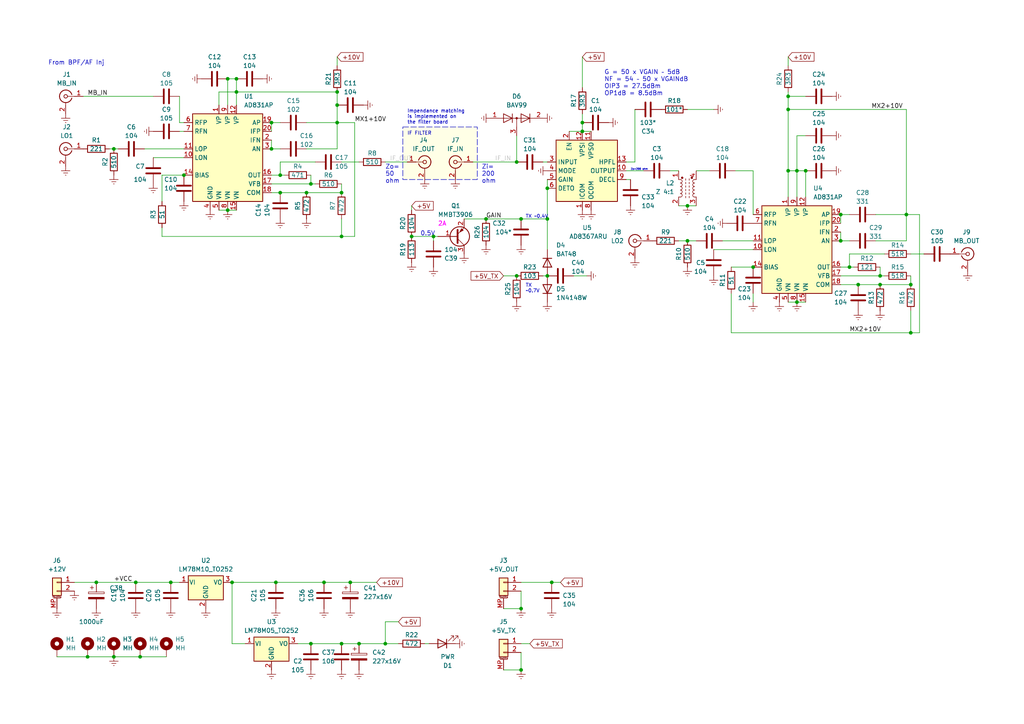
<source format=kicad_sch>
(kicad_sch (version 20230121) (generator eeschema)
  (paper "A4")
  (title_block (title "SSB85 Hot Board") (date "2023-09-07") (rev "0.1.0") (company "K1ZMT"))
  (lib_symbols
    (symbol "Connector:Conn_Coaxial" (pin_names (offset 1.016) hide)
      (property "Reference" "J" (at 0.254 3.048 0))
      (property "Value" "Conn_Coaxial" (at 2.921 0 90))
      (symbol "Conn_Coaxial_1_1"
        (pin passive line (at -5.08 0 0) (length 2.54) (name "In") (number "1"))
        (pin passive line (at 0 -5.08 90) (length 2.54) (name "Ext") (number "2"))
      )
    )
    (symbol "Connector_Generic_MountingPin:Conn_01x02_MountingPin" (pin_names (offset 1.016) hide)
      (property "Reference" "J" (at 0 2.54 0))
      (property "Value" "Conn_01x02_MountingPin" (at 1.27 -5.08 0))
      (symbol "Conn_01x02_MountingPin_1_1"
        (text "Mounting" (at 0 -4.191 0) (effects (font (size 0.381 0.381))))
        (pin passive line (at -5.08 0 0) (length 3.81) (name "Pin_1") (number "1"))
        (pin passive line (at -5.08 -2.54 0) (length 3.81) (name "Pin_2") (number "2"))
        (pin passive line (at 0 -7.62 90) (length 3.048) (name "MountPin") (number "MP"))
      )
    )
    (symbol "Device:C" (pin_numbers hide) (pin_names (offset 0.254))
      (property "Reference" "C" (at 0.635 2.54 0))
      (property "Value" "C" (at 0.635 -2.54 0))
      (symbol "C_1_1"
        (pin passive line (at 0 3.81 270) (length 2.794) (name "~") (number "1"))
        (pin passive line (at 0 -3.81 90) (length 2.794) (name "~") (number "2"))
      )
    )
    (symbol "Device:C_Polarized" (pin_numbers hide) (pin_names (offset 0.254))
      (property "Reference" "C" (at 0.635 2.54 0))
      (property "Value" "C_Polarized" (at 0.635 -2.54 0))
      (symbol "C_Polarized_1_1"
        (pin passive line (at 0 3.81 270) (length 2.794) (name "~") (number "1"))
        (pin passive line (at 0 -3.81 90) (length 2.794) (name "~") (number "2"))
      )
    )
    (symbol "Device:LED" (pin_numbers hide) (pin_names (offset 1.016) hide)
      (property "Reference" "D" (at 0 2.54 0))
      (property "Value" "LED" (at 0 -2.54 0))
      (symbol "LED_1_1"
        (pin passive line (at -3.81 0 0) (length 2.54) (name "K") (number "1"))
        (pin passive line (at 3.81 0 180) (length 2.54) (name "A") (number "2"))
      )
    )
    (symbol "Device:L_Ferrite_Coupled_1243" (pin_names (offset 0.254) hide)
      (property "Reference" "L" (at 0 4.445 0))
      (property "Value" "L_Ferrite_Coupled_1243" (at 0 -4.445 0))
      (symbol "L_Ferrite_Coupled_1243_1_1"
        (pin passive line (at -5.08 2.54 0) (length 2.54) (name "1") (number "1"))
        (pin passive line (at 5.08 2.54 180) (length 2.54) (name "2") (number "2"))
        (pin passive line (at 5.08 -2.54 180) (length 2.54) (name "3") (number "3"))
        (pin passive line (at -5.08 -2.54 0) (length 2.54) (name "4") (number "4"))
      )
    )
    (symbol "Device:R" (pin_numbers hide) (pin_names (offset 0))
      (property "Reference" "R" (at 2.032 0 90))
      (property "Value" "R" (at 0 0 90))
      (symbol "R_1_1"
        (pin passive line (at 0 3.81 270) (length 1.27) (name "~") (number "1"))
        (pin passive line (at 0 -3.81 90) (length 1.27) (name "~") (number "2"))
      )
    )
    (symbol "Diode:1N4148W" (pin_numbers hide) (pin_names hide)
      (property "Reference" "D" (at 0 2.54 0))
      (property "Value" "1N4148W" (at 0 -2.54 0))
      (symbol "1N4148W_1_1"
        (pin passive line (at -3.81 0 0) (length 2.54) (name "K") (number "1"))
        (pin passive line (at 3.81 0 180) (length 2.54) (name "A") (number "2"))
      )
    )
    (symbol "Diode:BAV99" (pin_names hide)
      (property "Reference" "D" (at 0 5.08 0))
      (property "Value" "BAV99" (at 0 2.54 0))
      (symbol "BAV99_1_1"
        (pin passive line (at -7.62 0 0) (length 2.54) (name "K") (number "1"))
        (pin passive line (at 7.62 0 180) (length 2.54) (name "A") (number "2"))
        (pin passive line (at 0 -5.08 90) (length 2.54) (name "K") (number "3"))
      )
    )
    (symbol "Mechanical:MountingHole_Pad" (pin_numbers hide) (pin_names (offset 1.016) hide)
      (property "Reference" "H" (at 0 6.35 0))
      (property "Value" "MountingHole_Pad" (at 0 4.445 0))
      (symbol "MountingHole_Pad_1_1"
        (pin input line (at 0 -2.54 90) (length 2.54) (name "1") (number "1"))
      )
    )
    (symbol "PhilsLibrary:AD8367"
      (property "Reference" "U" (at -19.05 11.43 0))
      (property "Value" "AD8367ARU" (at -13.97 8.89 0))
      (symbol "AD8367_1_1"
        (pin passive line (at -2.54 -17.78 90) (length 2.54) (name "ICOM") (number "1"))
        (pin output line (at 10.16 -6.35 180) (length 2.54) (name "OUTPUT") (number "10"))
        (pin power_in line (at 0 5.08 270) (length 2.54) (name "VPSO") (number "11"))
        (pin power_in line (at -2.54 5.08 270) (length 2.54) (name "VPSI") (number "12"))
        (pin bidirectional line (at 10.16 -3.81 180) (length 2.54) (name "HPFL") (number "13"))
        (pin passive line (at -2.54 -17.78 90) (length 2.54) hide (name "ICOM") (number "14"))
        (pin input line (at -6.35 5.08 270) (length 2.54) (name "EN") (number "2"))
        (pin input line (at -12.7 -3.81 0) (length 2.54) (name "INPUT") (number "3"))
        (pin input line (at -12.7 -6.35 0) (length 2.54) (name "MODE") (number "4"))
        (pin input line (at -12.7 -8.89 0) (length 2.54) (name "GAIN") (number "5"))
        (pin bidirectional line (at -12.7 -11.43 0) (length 2.54) (name "DETO") (number "6"))
        (pin passive line (at -2.54 -17.78 90) (length 2.54) hide (name "ICOM") (number "7"))
        (pin passive line (at 0 -17.78 90) (length 2.54) (name "OCOM") (number "8"))
        (pin output line (at 10.16 -8.89 180) (length 2.54) (name "DECL") (number "9"))
      )
    )
    (symbol "RF_Mixer:AD831AP"
      (property "Reference" "U" (at -10.16 13.97 0))
      (property "Value" "AD831AP" (at 10.16 13.97 0))
      (symbol "AD831AP_1_1"
        (pin power_in line (at -2.54 15.24 270) (length 2.54) (name "VP") (number "1"))
        (pin input line (at -12.7 0 0) (length 2.54) (name "LON") (number "10"))
        (pin input line (at -12.7 2.54 0) (length 2.54) (name "LOP") (number "11"))
        (pin power_in line (at 2.54 15.24 270) (length 2.54) (name "VP") (number "12"))
        (pin passive line (at -5.08 -15.24 90) (length 2.54) hide (name "GND") (number "13"))
        (pin passive line (at -12.7 -5.08 0) (length 2.54) (name "BIAS") (number "14"))
        (pin power_in line (at 2.54 -15.24 90) (length 2.54) (name "VN") (number "15"))
        (pin output line (at 12.7 -5.08 180) (length 2.54) (name "OUT") (number "16"))
        (pin passive line (at 12.7 -7.62 180) (length 2.54) (name "VFB") (number "17"))
        (pin passive line (at 12.7 -10.16 180) (length 2.54) (name "COM") (number "18"))
        (pin input line (at 12.7 10.16 180) (length 2.54) (name "AP") (number "19"))
        (pin open_collector line (at 12.7 5.08 180) (length 2.54) (name "IFN") (number "2"))
        (pin open_collector line (at 12.7 7.62 180) (length 2.54) (name "IFP") (number "20"))
        (pin input line (at 12.7 2.54 180) (length 2.54) (name "AN") (number "3"))
        (pin power_in line (at -5.08 -15.24 90) (length 2.54) (name "GND") (number "4"))
        (pin power_in line (at -2.54 -15.24 90) (length 2.54) (name "VN") (number "5"))
        (pin input line (at -12.7 10.16 0) (length 2.54) (name "RFP") (number "6"))
        (pin input line (at -12.7 7.62 0) (length 2.54) (name "RFN") (number "7"))
        (pin power_in line (at 0 -15.24 90) (length 2.54) (name "VN") (number "8"))
        (pin power_in line (at 0 15.24 270) (length 2.54) (name "VP") (number "9"))
      )
    )
    (symbol "Regulator_Linear:LM78M05_TO252" (pin_names (offset 0.254))
      (property "Reference" "U" (at -3.81 3.175 0))
      (property "Value" "LM78M05_TO252" (at 0 3.175 0))
      (symbol "LM78M05_TO252_1_1"
        (pin power_in line (at -7.62 0 0) (length 2.54) (name "VI") (number "1"))
        (pin power_in line (at 0 -7.62 90) (length 2.54) (name "GND") (number "2"))
        (pin power_out line (at 7.62 0 180) (length 2.54) (name "VO") (number "3"))
      )
    )
    (symbol "Transistor_BJT:MMBT3906" (pin_names (offset 0) hide)
      (property "Reference" "Q" (at 5.08 1.905 0))
      (property "Value" "MMBT3906" (at 5.08 0 0))
      (symbol "MMBT3906_1_1"
        (pin input line (at -5.08 0 0) (length 5.715) (name "B") (number "1"))
        (pin passive line (at 2.54 -5.08 90) (length 2.54) (name "E") (number "2"))
        (pin passive line (at 2.54 5.08 270) (length 2.54) (name "C") (number "3"))
      )
    )
    (symbol "power:Earth" (power) (pin_names (offset 0))
      (symbol "Earth_1_1"
        (pin power_in line (at 0 0 270) (length 0) hide (name "Earth") (number "1"))
      )
    )
  )
  (junction (at 140.97 63.5))
  (junction (at 228.6 27.94))
  (junction (at 99.06 68.58))
  (junction (at 99.06 186.69))
  (junction (at 97.79 35.56))
  (junction (at 40.64 190.5))
  (junction (at 125.73 68.58))
  (junction (at 81.28 55.88))
  (junction (at 231.14 49.53))
  (junction (at 90.17 53.34))
  (junction (at 104.14 186.69))
  (junction (at 33.02 43.18))
  (junction (at 160.02 168.91))
  (junction (at 88.9 55.88))
  (junction (at 119.38 68.58))
  (junction (at 151.13 194.31))
  (junction (at 149.86 46.99))
  (junction (at 255.27 80.01))
  (junction (at 81.28 50.8))
  (junction (at 168.91 38.1))
  (junction (at 78.74 35.56))
  (junction (at 228.6 49.53))
  (junction (at 68.58 22.86))
  (junction (at 151.13 63.5))
  (junction (at 243.84 62.23))
  (junction (at 97.79 30.48))
  (junction (at 246.38 77.47))
  (junction (at 25.4 190.5))
  (junction (at 248.92 82.55))
  (junction (at 228.6 31.75))
  (junction (at 158.75 80.01))
  (junction (at 151.13 176.53))
  (junction (at 53.34 50.8))
  (junction (at 66.04 22.86))
  (junction (at 27.94 168.91))
  (junction (at 233.68 49.53))
  (junction (at 39.37 168.91))
  (junction (at 93.98 168.91))
  (junction (at 218.44 77.47))
  (junction (at 158.75 54.61))
  (junction (at 243.84 69.85))
  (junction (at 68.58 26.67))
  (junction (at 199.39 69.85))
  (junction (at 90.17 186.69))
  (junction (at 33.02 190.5))
  (junction (at 97.79 26.67))
  (junction (at 67.31 168.91))
  (junction (at 49.53 168.91))
  (junction (at 66.04 60.96))
  (junction (at 264.16 96.52))
  (junction (at 99.06 55.88))
  (junction (at 262.89 62.23))
  (junction (at 168.91 35.56))
  (junction (at 255.27 82.55))
  (junction (at 111.76 186.69))
  (junction (at 199.39 59.69))
  (junction (at 78.74 43.18))
  (junction (at 80.01 168.91))
  (junction (at 231.14 87.63))
  (junction (at 149.86 80.01))
  (junction (at 158.75 63.5))
  (junction (at 101.6 168.91))
  (junction (at 264.16 82.55))
  (wire (pts (xy 151.13 189.23) (xy 151.13 194.31)))
  (wire (pts (xy 90.17 186.69) (xy 86.36 186.69)))
  (wire (pts (xy 243.84 62.23) (xy 246.38 62.23)))
  (wire (pts (xy 266.7 62.23) (xy 262.89 62.23)))
  (wire (pts (xy 104.14 186.69) (xy 111.76 186.69)))
  (wire (pts (xy 181.61 46.99) (xy 184.15 46.99)))
  (wire (pts (xy 264.16 73.66) (xy 267.97 73.66)))
  (wire (pts (xy 66.04 60.96) (xy 68.58 60.96)))
  (wire (pts (xy 46.99 58.42) (xy 46.99 50.8)))
  (wire (pts (xy 231.14 49.53) (xy 233.68 49.53)))
  (wire (pts (xy 228.6 87.63) (xy 231.14 87.63)))
  (wire (pts (xy 66.04 30.48) (xy 66.04 22.86)))
  (wire (pts (xy 68.58 26.67) (xy 68.58 30.48)))
  (wire (pts (xy 157.48 46.99) (xy 158.75 46.99)))
  (wire (pts (xy 228.6 49.53) (xy 231.14 49.53)))
  (wire (pts (xy 78.74 40.64) (xy 78.74 43.18)))
  (wire (pts (xy 231.14 39.37) (xy 233.68 39.37)))
  (wire (pts (xy 111.76 180.34) (xy 115.57 180.34)))
  (wire (pts (xy 25.4 190.5) (xy 33.02 190.5)))
  (wire (pts (xy 228.6 27.94) (xy 233.68 27.94)))
  (wire (pts (xy 63.5 26.67) (xy 68.58 26.67)))
  (wire (pts (xy 248.92 82.55) (xy 255.27 82.55)))
  (wire (pts (xy 78.74 43.18) (xy 81.28 43.18)))
  (wire (pts (xy 243.84 80.01) (xy 255.27 80.01)))
  (wire (pts (xy 201.93 59.69) (xy 199.39 59.69)))
  (wire (pts (xy 218.44 62.23) (xy 218.44 49.53)))
  (wire (pts (xy 40.64 190.5) (xy 48.26 190.5)))
  (wire (pts (xy 21.59 168.91) (xy 27.94 168.91)))
  (wire (pts (xy 212.09 96.52) (xy 264.16 96.52)))
  (wire (pts (xy 125.73 69.85) (xy 125.73 68.58)))
  (wire (pts (xy 93.98 168.91) (xy 101.6 168.91)))
  (wire (pts (xy 243.84 62.23) (xy 243.84 64.77)))
  (wire (pts (xy 27.94 168.91) (xy 39.37 168.91)))
  (wire (pts (xy 264.16 90.17) (xy 264.16 96.52)))
  (wire (pts (xy 149.86 39.37) (xy 149.86 46.99)))
  (wire (pts (xy 151.13 63.5) (xy 158.75 63.5)))
  (wire (pts (xy 168.91 35.56) (xy 168.91 38.1)))
  (wire (pts (xy 97.79 26.67) (xy 97.79 30.48)))
  (wire (pts (xy 78.74 35.56) (xy 81.28 35.56)))
  (wire (pts (xy 212.09 77.47) (xy 218.44 77.47)))
  (wire (pts (xy 78.74 55.88) (xy 81.28 55.88)))
  (wire (pts (xy 158.75 52.07) (xy 158.75 54.61)))
  (wire (pts (xy 231.14 49.53) (xy 231.14 39.37)))
  (wire (pts (xy 53.34 43.18) (xy 41.91 43.18)))
  (wire (pts (xy 246.38 77.47) (xy 243.84 77.47)))
  (wire (pts (xy 181.61 49.53) (xy 186.69 49.53)))
  (wire (pts (xy 31.75 43.18) (xy 33.02 43.18)))
  (wire (pts (xy 80.01 168.91) (xy 93.98 168.91)))
  (wire (pts (xy 88.9 35.56) (xy 97.79 35.56)))
  (wire (pts (xy 134.62 63.5) (xy 140.97 63.5)))
  (wire (pts (xy 168.91 38.1) (xy 171.45 38.1)))
  (wire (pts (xy 137.16 46.99) (xy 149.86 46.99)))
  (wire (pts (xy 158.75 54.61) (xy 158.75 63.5)))
  (wire (pts (xy 181.61 52.07) (xy 182.88 52.07)))
  (wire (pts (xy 243.84 69.85) (xy 246.38 69.85)))
  (wire (pts (xy 99.06 55.88) (xy 88.9 55.88)))
  (wire (pts (xy 255.27 77.47) (xy 255.27 80.01)))
  (wire (pts (xy 99.06 63.5) (xy 99.06 68.58)))
  (wire (pts (xy 228.6 31.75) (xy 262.89 31.75)))
  (wire (pts (xy 46.99 66.04) (xy 46.99 68.58)))
  (wire (pts (xy 33.02 190.5) (xy 40.64 190.5)))
  (wire (pts (xy 119.38 68.58) (xy 125.73 68.58)))
  (wire (pts (xy 199.39 69.85) (xy 201.93 69.85)))
  (wire (pts (xy 146.05 176.53) (xy 151.13 176.53)))
  (wire (pts (xy 52.07 35.56) (xy 52.07 27.94)))
  (wire (pts (xy 49.53 168.91) (xy 52.07 168.91)))
  (wire (pts (xy 254 69.85) (xy 262.89 69.85)))
  (wire (pts (xy 102.87 35.56) (xy 102.87 68.58)))
  (wire (pts (xy 209.55 69.85) (xy 218.44 69.85)))
  (wire (pts (xy 46.99 50.8) (xy 53.34 50.8)))
  (wire (pts (xy 97.79 16.51) (xy 97.79 19.05)))
  (wire (pts (xy 101.6 168.91) (xy 109.22 168.91)))
  (wire (pts (xy 66.04 22.86) (xy 68.58 22.86)))
  (wire (pts (xy 231.14 57.15) (xy 231.14 49.53)))
  (wire (pts (xy 184.15 46.99) (xy 184.15 31.75)))
  (wire (pts (xy 228.6 57.15) (xy 228.6 49.53)))
  (wire (pts (xy 39.37 168.91) (xy 49.53 168.91)))
  (wire (pts (xy 168.91 16.51) (xy 168.91 25.4)))
  (wire (pts (xy 99.06 186.69) (xy 104.14 186.69)))
  (wire (pts (xy 67.31 168.91) (xy 80.01 168.91)))
  (wire (pts (xy 157.48 80.01) (xy 158.75 80.01)))
  (wire (pts (xy 158.75 72.39) (xy 158.75 63.5)))
  (wire (pts (xy 71.12 186.69) (xy 67.31 186.69)))
  (wire (pts (xy 81.28 46.99) (xy 81.28 50.8)))
  (wire (pts (xy 262.89 62.23) (xy 262.89 69.85)))
  (wire (pts (xy 90.17 186.69) (xy 99.06 186.69)))
  (wire (pts (xy 151.13 186.69) (xy 153.67 186.69)))
  (wire (pts (xy 256.54 73.66) (xy 246.38 73.66)))
  (wire (pts (xy 212.09 85.09) (xy 212.09 96.52)))
  (wire (pts (xy 46.99 68.58) (xy 99.06 68.58)))
  (wire (pts (xy 243.84 67.31) (xy 243.84 69.85)))
  (wire (pts (xy 78.74 35.56) (xy 78.74 38.1)))
  (wire (pts (xy 247.65 77.47) (xy 246.38 77.47)))
  (wire (pts (xy 90.17 53.34) (xy 91.44 53.34)))
  (wire (pts (xy 264.16 80.01) (xy 264.16 82.55)))
  (wire (pts (xy 228.6 26.67) (xy 228.6 27.94)))
  (wire (pts (xy 81.28 55.88) (xy 88.9 55.88)))
  (wire (pts (xy 254 62.23) (xy 262.89 62.23)))
  (wire (pts (xy 243.84 82.55) (xy 248.92 82.55)))
  (wire (pts (xy 102.87 68.58) (xy 99.06 68.58)))
  (wire (pts (xy 165.1 38.1) (xy 168.91 38.1)))
  (wire (pts (xy 68.58 22.86) (xy 68.58 26.67)))
  (wire (pts (xy 99.06 46.99) (xy 104.14 46.99)))
  (wire (pts (xy 63.5 30.48) (xy 63.5 26.67)))
  (wire (pts (xy 262.89 62.23) (xy 262.89 31.75)))
  (wire (pts (xy 68.58 26.67) (xy 97.79 26.67)))
  (wire (pts (xy 264.16 96.52) (xy 266.7 96.52)))
  (wire (pts (xy 99.06 53.34) (xy 99.06 55.88)))
  (wire (pts (xy 24.13 27.94) (xy 44.45 27.94)))
  (wire (pts (xy 228.6 31.75) (xy 228.6 27.94)))
  (wire (pts (xy 140.97 63.5) (xy 151.13 63.5)))
  (wire (pts (xy 218.44 87.63) (xy 218.44 85.09)))
  (wire (pts (xy 44.45 45.72) (xy 53.34 45.72)))
  (wire (pts (xy 81.28 46.99) (xy 91.44 46.99)))
  (wire (pts (xy 255.27 80.01) (xy 256.54 80.01)))
  (wire (pts (xy 228.6 31.75) (xy 228.6 49.53)))
  (wire (pts (xy 16.51 190.5) (xy 25.4 190.5)))
  (wire (pts (xy 228.6 16.51) (xy 228.6 19.05)))
  (wire (pts (xy 111.76 186.69) (xy 115.57 186.69)))
  (wire (pts (xy 266.7 62.23) (xy 266.7 96.52)))
  (wire (pts (xy 67.31 186.69) (xy 67.31 168.91)))
  (wire (pts (xy 124.46 186.69) (xy 123.19 186.69)))
  (wire (pts (xy 231.14 87.63) (xy 233.68 87.63)))
  (wire (pts (xy 88.9 43.18) (xy 97.79 43.18)))
  (wire (pts (xy 246.38 73.66) (xy 246.38 77.47)))
  (wire (pts (xy 151.13 168.91) (xy 160.02 168.91)))
  (wire (pts (xy 264.16 82.55) (xy 255.27 82.55)))
  (wire (pts (xy 102.87 35.56) (xy 97.79 35.56)))
  (wire (pts (xy 111.76 180.34) (xy 111.76 186.69)))
  (wire (pts (xy 63.5 60.96) (xy 66.04 60.96)))
  (wire (pts (xy 97.79 30.48) (xy 97.79 35.56)))
  (wire (pts (xy 53.34 35.56) (xy 52.07 35.56)))
  (wire (pts (xy 90.17 50.8) (xy 90.17 53.34)))
  (wire (pts (xy 118.11 46.99) (xy 111.76 46.99)))
  (wire (pts (xy 33.02 43.18) (xy 34.29 43.18)))
  (wire (pts (xy 213.36 49.53) (xy 218.44 49.53)))
  (wire (pts (xy 196.85 59.69) (xy 199.39 59.69)))
  (wire (pts (xy 82.55 50.8) (xy 81.28 50.8)))
  (wire (pts (xy 201.93 49.53) (xy 205.74 49.53)))
  (wire (pts (xy 97.79 35.56) (xy 97.79 43.18)))
  (wire (pts (xy 78.74 53.34) (xy 90.17 53.34)))
  (wire (pts (xy 52.07 38.1) (xy 53.34 38.1)))
  (wire (pts (xy 196.85 69.85) (xy 199.39 69.85)))
  (wire (pts (xy 162.56 168.91) (xy 160.02 168.91)))
  (wire (pts (xy 81.28 50.8) (xy 78.74 50.8)))
  (wire (pts (xy 207.01 31.75) (xy 199.39 31.75)))
  (wire (pts (xy 168.91 33.02) (xy 168.91 35.56)))
  (wire (pts (xy 194.31 49.53) (xy 196.85 49.53)))
  (wire (pts (xy 170.18 80.01) (xy 166.37 80.01)))
  (wire (pts (xy 151.13 171.45) (xy 151.13 176.53)))
  (wire (pts (xy 151.13 194.31) (xy 146.05 194.31)))
  (wire (pts (xy 207.01 72.39) (xy 218.44 72.39)))
  (wire (pts (xy 125.73 68.58) (xy 127 68.58)))
  (wire (pts (xy 119.38 59.69) (xy 119.38 60.96)))
  (wire (pts (xy 233.68 49.53) (xy 233.68 57.15)))
  (wire (pts (xy 146.05 80.01) (xy 149.86 80.01)))
  (rectangle (start 116.84 36.83) (end 138.43 52.07) (stroke (width 0) (type dash)) (fill (type color) (color 255 255 0 0.1)))
  (text "Zo=\n50\nohm" (at 111.76 53.34 0) (effects (font (size 1.27 1.27)) (justify left bottom)))
  (text "Impendance matching\nis implemented on \nthe filter board\n\nIF FILTER" (at 118.11 39.37 0) (effects (font (size 1 1)) (justify left bottom)))
  (text "G = 50 x VGAIN – 5dB \nNF = 54 – 50 x VGAINdB \nOIP3 = 27.5dBm\nOP1dB = 8.5dBm" (at 175.26 27.94 0) (effects (font (size 1.27 1.27)) (justify left bottom)))
  (text "From BPF/AF Inj" (at 13.97 19.05 0) (effects (font (size 1.27 1.27)) (justify left bottom)))
  (text "TX\n~0.7V" (at 152.4 85.09 0) (effects (font (size 1 1)) (justify left bottom)))
  (text "Zo=200 ohm" (at 182.88 49.53 0) (effects (font (size 0.5 0.5)) (justify left bottom)))
  (text "TX ~0.4V" (at 152.4 63.5 0) (effects (font (size 1 1)) (justify left bottom)))
  (text "Zi=\n200\nohm" (at 139.7 53.34 0) (effects (font (size 1.27 1.27)) (justify left bottom)))
  (text "0.5V" (at 121.92 68.58 0) (effects (font (size 1.27 1.27)) (justify left bottom)))
  (label "MB_IN" (at 25.4 27.94 0))
  (label "IF_IN" (at 143.51 46.99 0))
  (label "MX2+10V" (at 252.73 31.75 0))
  (label "MX2+10V" (at 246.38 96.52 0))
  (label "+VCC" (at 33.02 168.91 0))
  (label "MX1+10V" (at 102.87 35.56 0))
  (label "GAIN" (at 140.97 63.5 0))
  (label "IF_OUT" (at 113.03 46.99 0))
  (global_label "+10V" (shape input) (at 228.6 16.51 0) (property "Intersheetrefs" "${INTERSHEET_REFS}" (effects hide)))
  (global_label "+5V" (shape input) (at 168.91 16.51 0) (property "Intersheetrefs" "${INTERSHEET_REFS}" (effects hide)))
  (global_label "+5V" (shape input) (at 115.57 180.34 0) (property "Intersheetrefs" "${INTERSHEET_REFS}" (effects hide)))
  (global_label "+5V_TX" (shape input) (at 146.05 80.01 180) (property "Intersheetrefs" "${INTERSHEET_REFS}" (effects hide)))
  (global_label "+5V" (shape input) (at 162.56 168.91 0) (property "Intersheetrefs" "${INTERSHEET_REFS}" (effects hide)))
  (global_label "+10V" (shape input) (at 97.79 16.51 0) (property "Intersheetrefs" "${INTERSHEET_REFS}" (effects hide)))
  (global_label "+10V" (shape input) (at 109.22 168.91 0) (property "Intersheetrefs" "${INTERSHEET_REFS}" (effects hide)))
  (global_label "+5V_TX" (shape input) (at 153.67 186.69 0) (property "Intersheetrefs" "${INTERSHEET_REFS}" (effects hide)))
  (global_label "+5V" (shape input) (at 119.38 59.69 0) (property "Intersheetrefs" "${INTERSHEET_REFS}" (effects hide)))
  (symbol (lib_id "power:Earth") (at 199.39 59.69 0) (mirror y) (unit 1)
    (property "Reference" "#PWR027" (effects hide))
    (property "Value" "Earth" (effects hide))
  )
  (symbol (lib_id "power:Earth") (at 149.86 87.63 0) (unit 1)
    (property "Reference" "#PWR042" (effects hide))
    (property "Value" "Earth" (effects hide))
  )
  (symbol (lib_id "power:Earth") (at 255.27 90.17 0) (unit 1)
    (property "Reference" "#PWR038" (effects hide))
    (property "Value" "Earth" (effects hide))
  )
  (symbol (lib_id "power:Earth") (at 160.02 176.53 0) (unit 1)
    (property "Reference" "#PWR048" (effects hide))
    (property "Value" "Earth" (effects hide))
  )
  (symbol (lib_id "power:Earth") (at 19.05 33.02 0) (unit 1)
    (property "Reference" "#PWR01" (effects hide))
    (property "Value" "Earth" (effects hide))
  )
  (symbol (lib_id "Device:C") (at 53.34 54.61 0) (unit 1)
    (property "Reference" "C10" (at 49.53 52.07 0))
    (property "Value" "104" (at 49.53 54.61 0))
    (property "Footprint" "Capacitor_SMD:C_0805_2012Metric" (effects hide))
  )
  (symbol (lib_id "Device:C") (at 237.49 39.37 270) (unit 1)
    (property "Reference" "C25" (at 237.49 33.02 90))
    (property "Value" "104" (at 237.49 35.56 90))
    (property "Footprint" "Capacitor_SMD:C_0805_2012Metric" (effects hide))
  )
  (symbol (lib_id "power:Earth") (at 80.01 176.53 0) (unit 1)
    (property "Reference" "#PWR026" (effects hide))
    (property "Value" "Earth" (effects hide))
  )
  (symbol (lib_id "power:Earth") (at 199.39 77.47 0) (mirror y) (unit 1)
    (property "Reference" "#PWR028" (effects hide))
    (property "Value" "Earth" (effects hide))
  )
  (symbol (lib_id "Device:C") (at 205.74 69.85 90) (unit 1)
    (property "Reference" "C4" (at 205.74 63.5 90))
    (property "Value" "104" (at 205.74 66.04 90))
    (property "Footprint" "Capacitor_SMD:C_0805_2012Metric" (effects hide))
  )
  (symbol (lib_id "Device:R") (at 140.97 67.31 180) (unit 1)
    (property "Reference" "R26" (at 138.43 67.31 90))
    (property "Value" "104" (at 140.97 67.31 90))
    (property "Footprint" "Resistor_SMD:R_0805_2012Metric" (effects hide))
  )
  (symbol (lib_id "Device:C") (at 172.72 35.56 270) (unit 1)
    (property "Reference" "C1" (at 172.72 29.21 90))
    (property "Value" "104" (at 172.72 31.75 90))
    (property "Footprint" "Capacitor_SMD:C_0805_2012Metric" (effects hide))
  )
  (symbol (lib_id "power:Earth") (at 81.28 63.5 0) (unit 1)
    (property "Reference" "#PWR018" (effects hide))
    (property "Value" "Earth" (effects hide))
  )
  (symbol (lib_id "Device:LED") (at 128.27 186.69 180) (unit 1)
    (property "Reference" "D1" (at 129.8575 193.04 0))
    (property "Value" "PWR" (at 129.8575 190.5 0))
    (property "Footprint" "LED_SMD:LED_0603_1608Metric" (effects hide))
  )
  (symbol (lib_id "Device:R") (at 107.95 46.99 270) (unit 1)
    (property "Reference" "R8" (at 107.95 44.45 90))
    (property "Value" "510" (at 107.95 46.99 90))
    (property "Footprint" "Resistor_SMD:R_1206_3216Metric" (effects hide))
  )
  (symbol (lib_id "power:Earth") (at 170.18 80.01 90) (unit 1)
    (property "Reference" "#PWR061" (effects hide))
    (property "Value" "Earth" (effects hide))
  )
  (symbol (lib_id "Device:R") (at 168.91 29.21 0) (unit 1)
    (property "Reference" "R17" (at 166.37 29.21 90))
    (property "Value" "3R3" (at 168.91 29.21 90))
    (property "Footprint" "Resistor_SMD:R_1206_3216Metric" (effects hide))
  )
  (symbol (lib_id "Device:C_Polarized") (at 104.14 190.5 0) (unit 1)
    (property "Reference" "C42" (at 107.95 189.23 0) (effects (justify left)))
    (property "Value" "227x16V" (at 107.95 191.77 0) (effects (justify left)))
  )
  (symbol (lib_id "Device:C") (at 49.53 172.72 0) (unit 1)
    (property "Reference" "C20" (at 43.18 172.72 90))
    (property "Value" "105" (at 45.72 172.72 90))
    (property "Footprint" "Capacitor_SMD:C_1210_3225Metric" (effects hide))
  )
  (symbol (lib_id "Mechanical:MountingHole_Pad") (at 40.64 187.96 0) (unit 1)
    (property "Reference" "H4" (at 43.18 185.42 0) (effects (justify left)))
    (property "Value" "MH" (at 43.18 187.96 0) (effects (justify left)))
    (property "Footprint" "MountingHole:MountingHole_3.2mm_M3_Pad" (effects hide))
  )
  (symbol (lib_id "power:Earth") (at 184.15 74.93 0) (unit 1)
    (property "Reference" "#PWR023" (effects hide))
    (property "Value" "Earth" (effects hide))
  )
  (symbol (lib_id "power:Earth") (at 168.91 60.96 0) (unit 1)
    (property "Reference" "#PWR03" (effects hide))
    (property "Value" "Earth" (effects hide))
  )
  (symbol (lib_id "power:Earth") (at 59.69 176.53 0) (unit 1)
    (property "Reference" "#PWR025" (effects hide))
    (property "Value" "Earth" (effects hide))
  )
  (symbol (lib_id "Transistor_BJT:MMBT3906") (at 132.08 68.58 0) (mirror x) (unit 1)
    (property "Reference" "Q1" (at 130.81 59.69 0) (effects (justify left)))
    (property "Value" "MMBT3906" (at 127 62.23 0) (effects (justify left)))
    (property "Footprint" "Package_TO_SOT_SMD:SOT-23" (effects hide))
    (property "Datasheet" "https://www.onsemi.com/pdf/datasheet/pzt3906-d.pdf" (effects hide))
    (property "Marking" "2A" (at 128.27 64.77 0))
  )
  (symbol (lib_id "Device:R") (at 119.38 186.69 90) (unit 1)
    (property "Reference" "R22" (at 119.38 184.15 90))
    (property "Value" "472" (at 119.38 186.69 90))
    (property "Footprint" "Resistor_SMD:R_0805_2012Metric" (effects hide))
  )
  (symbol (lib_id "Connector_Generic_MountingPin:Conn_01x02_MountingPin") (at 16.51 168.91 0) (mirror y) (unit 1)
    (property "Reference" "J6" (at 16.51 162.56 0))
    (property "Value" "+12V" (at 16.51 165.1 0))
    (property "Footprint" "Connector_JST:JST_PH_S2B-PH-SM4-TB_1x02-1MP_P2.00mm_Horizontal" (effects hide))
  )
  (symbol (lib_id "Device:C") (at 125.73 73.66 0) (unit 1)
    (property "Reference" "C39" (at 130.81 74.93 0))
    (property "Value" "104" (at 130.81 72.39 0))
    (property "Footprint" "Capacitor_SMD:C_0805_2012Metric" (effects hide))
  )
  (symbol (lib_id "Device:R") (at 260.35 73.66 270) (unit 1)
    (property "Reference" "R14" (at 260.35 71.12 90))
    (property "Value" "51R" (at 260.35 73.66 90))
    (property "Footprint" "Resistor_SMD:R_0805_2012Metric" (effects hide))
  )
  (symbol (lib_id "Mechanical:MountingHole_Pad") (at 16.51 187.96 0) (unit 1)
    (property "Reference" "H1" (at 19.05 185.42 0) (effects (justify left)))
    (property "Value" "MH" (at 19.05 187.96 0) (effects (justify left)))
    (property "Footprint" "MountingHole:MountingHole_3.2mm_M3_Pad" (effects hide))
  )
  (symbol (lib_id "Device:L_Ferrite_Coupled_1243") (at 199.39 54.61 90) (mirror x) (unit 1)
    (property "Reference" "L2" (at 195.58 53.086 90) (effects (justify left)))
    (property "Value" "Z 4:1" (at 195.58 55.626 90) (effects (justify left)))
    (property "Footprint" "Inductor_SMD:L_CommonModeChoke_Wuerth_WE-SL5" (effects hide))
  )
  (symbol (lib_id "Device:C") (at 90.17 190.5 0) (unit 1)
    (property "Reference" "C2" (at 86.36 191.77 0))
    (property "Value" "105" (at 86.36 194.31 0))
    (property "Footprint" "Capacitor_SMD:C_0805_2012Metric" (effects hide))
  )
  (symbol (lib_id "power:Earth") (at 93.98 176.53 0) (unit 1)
    (property "Reference" "#PWR049" (effects hide))
    (property "Value" "Earth" (effects hide))
  )
  (symbol (lib_id "power:Earth") (at 241.3 49.53 90) (unit 1)
    (property "Reference" "#PWR036" (effects hide))
    (property "Value" "Earth" (effects hide))
  )
  (symbol (lib_id "power:Earth") (at 58.42 22.86 270) (unit 1)
    (property "Reference" "#PWR016" (effects hide))
    (property "Value" "Earth" (effects hide))
  )
  (symbol (lib_id "Device:R") (at 228.6 22.86 0) (unit 1)
    (property "Reference" "R24" (at 226.06 22.86 90))
    (property "Value" "3R3" (at 228.6 22.86 90))
    (property "Footprint" "Resistor_SMD:R_1206_3216Metric" (effects hide))
  )
  (symbol (lib_id "Regulator_Linear:LM78M05_TO252") (at 78.74 186.69 0) (unit 1)
    (property "Reference" "U3" (at 78.74 180.34 0))
    (property "Value" "LM78M05_TO252" (at 78.74 182.88 0))
    (property "Footprint" "Package_TO_SOT_SMD:TO-252-2" (effects hide))
    (property "Datasheet" "https://www.onsemi.com/pub/Collateral/MC78M00-D.PDF" (effects hide))
  )
  (symbol (lib_id "power:Earth") (at 101.6 176.53 0) (unit 1)
    (property "Reference" "#PWR040" (effects hide))
    (property "Value" "Earth" (effects hide))
  )
  (symbol (lib_id "Device:C") (at 93.98 172.72 0) (unit 1)
    (property "Reference" "C36" (at 87.63 172.72 90))
    (property "Value" "106" (at 90.17 172.72 90))
    (property "Footprint" "Capacitor_SMD:C_0805_2012Metric" (effects hide))
  )
  (symbol (lib_id "power:Earth") (at 39.37 176.53 0) (unit 1)
    (property "Reference" "#PWR022" (effects hide))
    (property "Value" "Earth" (effects hide))
  )
  (symbol (lib_id "Device:C") (at 271.78 73.66 270) (unit 1)
    (property "Reference" "C30" (at 271.78 67.31 90))
    (property "Value" "105" (at 271.78 69.85 90))
    (property "Footprint" "Capacitor_SMD:C_1206_3216Metric" (effects hide))
  )
  (symbol (lib_id "Device:C") (at 182.88 55.88 0) (unit 1)
    (property "Reference" "C33" (at 187.96 57.15 0))
    (property "Value" "104" (at 187.96 59.69 0))
    (property "Footprint" "Capacitor_SMD:C_0805_2012Metric" (effects hide))
  )
  (symbol (lib_id "power:Earth") (at 105.41 30.48 90) (unit 1)
    (property "Reference" "#PWR015" (effects hide))
    (property "Value" "Earth" (effects hide))
  )
  (symbol (lib_id "power:Earth") (at 19.05 48.26 0) (unit 1)
    (property "Reference" "#PWR05" (effects hide))
    (property "Value" "Earth" (effects hide))
  )
  (symbol (lib_id "power:Earth") (at 123.19 52.07 0) (mirror y) (unit 1)
    (property "Reference" "#PWR04" (effects hide))
    (property "Value" "Earth" (effects hide))
  )
  (symbol (lib_id "Device:R") (at 212.09 81.28 0) (unit 1)
    (property "Reference" "R11" (at 209.55 81.28 90))
    (property "Value" "51" (at 212.09 81.28 90))
    (property "Footprint" "Resistor_SMD:R_0805_2012Metric" (effects hide))
  )
  (symbol (lib_id "power:Earth") (at 176.53 35.56 90) (unit 1)
    (property "Reference" "#PWR09" (effects hide))
    (property "Value" "Earth" (effects hide))
  )
  (symbol (lib_id "power:Earth") (at 132.08 52.07 0) (unit 1)
    (property "Reference" "#PWR021" (effects hide))
    (property "Value" "Earth" (effects hide))
  )
  (symbol (lib_id "Device:R") (at 95.25 53.34 270) (unit 1)
    (property "Reference" "R6" (at 95.25 50.8 90))
    (property "Value" "510" (at 95.25 53.34 90))
    (property "Footprint" "Resistor_SMD:R_0805_2012Metric" (effects hide))
  )
  (symbol (lib_id "Device:R") (at 260.35 80.01 270) (unit 1)
    (property "Reference" "R15" (at 260.35 77.47 90))
    (property "Value" "51R" (at 260.35 80.01 90))
    (property "Footprint" "Resistor_SMD:R_0805_2012Metric" (effects hide))
  )
  (symbol (lib_id "Device:R") (at 99.06 59.69 180) (unit 1)
    (property "Reference" "R7" (at 96.52 59.69 90))
    (property "Value" "472" (at 99.06 59.69 90))
    (property "Footprint" "Resistor_SMD:R_0805_2012Metric" (effects hide))
  )
  (symbol (lib_id "power:Earth") (at 157.48 34.29 90) (unit 1)
    (property "Reference" "#PWR058" (effects hide))
    (property "Value" "Earth" (effects hide))
  )
  (symbol (lib_id "Device:C") (at 62.23 22.86 90) (unit 1)
    (property "Reference" "C12" (at 62.23 16.51 90))
    (property "Value" "104" (at 62.23 19.05 90))
    (property "Footprint" "Capacitor_SMD:C_0805_2012Metric" (effects hide))
  )
  (symbol (lib_id "Device:C") (at 85.09 43.18 270) (unit 1)
    (property "Reference" "C16" (at 88.9 39.37 90))
    (property "Value" "102" (at 88.9 41.91 90))
    (property "Footprint" "Capacitor_SMD:C_0805_2012Metric" (effects hide))
  )
  (symbol (lib_id "Regulator_Linear:LM78M05_TO252") (at 59.69 168.91 0) (unit 1)
    (property "Reference" "U2" (at 59.69 162.56 0))
    (property "Value" "LM78M10_TO252" (at 59.69 165.1 0))
    (property "Footprint" "Package_TO_SOT_SMD:TO-252-2" (effects hide))
    (property "Datasheet" "https://www.onsemi.com/pub/Collateral/MC78M00-D.PDF" (effects hide))
  )
  (symbol (lib_id "Device:R") (at 86.36 50.8 270) (unit 1)
    (property "Reference" "R4" (at 86.36 48.26 90))
    (property "Value" "471" (at 86.36 50.8 90))
    (property "Footprint" "Resistor_SMD:R_0805_2012Metric" (effects hide))
  )
  (symbol (lib_id "Device:R") (at 33.02 46.99 180) (unit 1)
    (property "Reference" "R2" (at 30.48 46.99 90))
    (property "Value" "510" (at 33.02 46.99 90))
    (property "Footprint" "Resistor_SMD:R_0805_2012Metric" (effects hide))
  )
  (symbol (lib_id "power:Earth") (at 104.14 194.31 0) (unit 1)
    (property "Reference" "#PWR041" (effects hide))
    (property "Value" "Earth" (effects hide))
  )
  (symbol (lib_id "Device:C") (at 250.19 62.23 270) (unit 1)
    (property "Reference" "C28" (at 250.19 55.88 90))
    (property "Value" "331" (at 250.19 58.42 90))
    (property "Footprint" "Capacitor_SMD:C_0805_2012Metric" (effects hide))
  )
  (symbol (lib_id "power:Earth") (at 49.53 176.53 0) (unit 1)
    (property "Reference" "#PWR024" (effects hide))
    (property "Value" "Earth" (effects hide))
  )
  (symbol (lib_id "power:Earth") (at 132.08 186.69 90) (unit 1)
    (property "Reference" "#PWR055" (effects hide))
    (property "Value" "Earth" (effects hide))
  )
  (symbol (lib_id "power:Earth") (at 60.96 60.96 0) (unit 1)
    (property "Reference" "#PWR013" (effects hide))
    (property "Value" "Earth" (effects hide))
  )
  (symbol (lib_id "power:Earth") (at 218.44 87.63 0) (unit 1)
    (property "Reference" "#PWR031" (effects hide))
    (property "Value" "Earth" (effects hide))
  )
  (symbol (lib_id "Device:C") (at 44.45 49.53 0) (unit 1)
    (property "Reference" "C7" (at 40.64 48.26 0))
    (property "Value" "104" (at 40.64 52.07 0))
    (property "Footprint" "Capacitor_SMD:C_0805_2012Metric" (effects hide))
  )
  (symbol (lib_id "power:Earth") (at 16.51 176.53 0) (unit 1)
    (property "Reference" "#PWR059" (effects hide))
    (property "Value" "Earth" (effects hide))
  )
  (symbol (lib_id "RF_Mixer:AD831AP") (at 231.14 72.39 0) (unit 1)
    (property "Reference" "U4" (at 235.8741 54.61 0) (effects (justify left)))
    (property "Value" "AD831AP" (at 235.8741 57.15 0) (effects (justify left)))
    (property "Footprint" "Package_LCC:PLCC-20" (effects hide))
    (property "Datasheet" "https://www.analog.com/media/en/technical-documentation/data-sheets/AD831.pdf" (effects hide))
  )
  (symbol (lib_id "Mechanical:MountingHole_Pad") (at 48.26 187.96 0) (unit 1)
    (property "Reference" "H5" (at 50.8 185.42 0) (effects (justify left)))
    (property "Value" "MH" (at 50.8 187.96 0) (effects (justify left)))
    (property "Footprint" "MountingHole:MountingHole_3.2mm_M3_Pad" (effects hide))
  )
  (symbol (lib_id "power:Earth") (at 158.75 87.63 0) (unit 1)
    (property "Reference" "#PWR060" (effects hide))
    (property "Value" "Earth" (effects hide))
  )
  (symbol (lib_id "Connector:Conn_Coaxial") (at 19.05 27.94 0) (mirror y) (unit 1)
    (property "Reference" "J1" (at 19.3674 21.59 0))
    (property "Value" "MB_IN" (at 19.3674 24.13 0))
    (property "Footprint" "Connector_Coaxial:SMA_Samtec_SMA-J-P-X-ST-EM1_EdgeMount" (effects hide))
    (property "Datasheet" " ~" (effects hide))
  )
  (symbol (lib_id "power:Earth") (at 151.13 71.12 0) (unit 1)
    (property "Reference" "#PWR044" (effects hide))
    (property "Value" "Earth" (effects hide))
  )
  (symbol (lib_id "power:Earth") (at 78.74 194.31 0) (unit 1)
    (property "Reference" "#PWR06" (effects hide))
    (property "Value" "Earth" (effects hide))
  )
  (symbol (lib_id "Device:C") (at 160.02 172.72 0) (unit 1)
    (property "Reference" "C35" (at 165.1 172.72 0))
    (property "Value" "104" (at 165.1 175.26 0))
    (property "Footprint" "Capacitor_SMD:C_0805_2012Metric" (effects hide))
  )
  (symbol (lib_id "power:Earth") (at 231.14 87.63 0) (unit 1)
    (property "Reference" "#PWR033" (effects hide))
    (property "Value" "Earth" (effects hide))
  )
  (symbol (lib_id "Device:R") (at 153.67 80.01 270) (unit 1)
    (property "Reference" "R23" (at 153.67 77.47 90))
    (property "Value" "103" (at 153.67 80.01 90))
    (property "Footprint" "Resistor_SMD:R_0805_2012Metric" (effects hide))
  )
  (symbol (lib_id "Device:C") (at 38.1 43.18 90) (unit 1)
    (property "Reference" "C6" (at 38.1 36.83 90))
    (property "Value" "104" (at 38.1 39.37 90))
    (property "Footprint" "Capacitor_SMD:C_0805_2012Metric" (effects hide))
  )
  (symbol (lib_id "Device:R") (at 46.99 62.23 0) (unit 1)
    (property "Reference" "R3" (at 44.45 62.23 90))
    (property "Value" "51" (at 46.99 62.23 90))
    (property "Footprint" "Resistor_SMD:R_0805_2012Metric" (effects hide))
  )
  (symbol (lib_id "Device:R") (at 193.04 69.85 90) (unit 1)
    (property "Reference" "R9" (at 193.04 67.31 90))
    (property "Value" "221" (at 193.04 69.85 90))
    (property "Footprint" "Resistor_SMD:R_1206_3216Metric" (effects hide))
  )
  (symbol (lib_id "Device:R") (at 195.58 31.75 90) (unit 1)
    (property "Reference" "R18" (at 195.58 29.21 90))
    (property "Value" "101*" (at 195.58 31.75 90))
    (property "Footprint" "Resistor_SMD:R_0805_2012Metric" (effects hide))
  )
  (symbol (lib_id "power:Earth") (at 241.3 39.37 90) (unit 1)
    (property "Reference" "#PWR035" (effects hide))
    (property "Value" "Earth" (effects hide))
  )
  (symbol (lib_id "power:Earth") (at 119.38 76.2 0) (unit 1)
    (property "Reference" "#PWR052" (effects hide))
    (property "Value" "Earth" (effects hide))
  )
  (symbol (lib_id "Device:C") (at 218.44 81.28 0) (unit 1)
    (property "Reference" "C23" (at 215.9 83.82 0))
    (property "Value" "104" (at 215.9 86.36 0))
    (property "Footprint" "Capacitor_SMD:C_0805_2012Metric" (effects hide))
  )
  (symbol (lib_id "Device:C") (at 207.01 76.2 0) (unit 1)
    (property "Reference" "C5" (at 203.2 76.2 0))
    (property "Value" "104" (at 203.2 78.74 0))
    (property "Footprint" "Capacitor_SMD:C_0805_2012Metric" (effects hide))
  )
  (symbol (lib_id "Device:R") (at 255.27 86.36 180) (unit 1)
    (property "Reference" "R13" (at 252.73 86.36 90))
    (property "Value" "472" (at 255.27 86.36 90))
    (property "Footprint" "Resistor_SMD:R_0805_2012Metric" (effects hide))
  )
  (symbol (lib_id "power:Earth") (at 125.73 77.47 0) (unit 1)
    (property "Reference" "#PWR056" (effects hide))
    (property "Value" "Earth" (effects hide))
  )
  (symbol (lib_id "Device:C") (at 209.55 49.53 270) (unit 1)
    (property "Reference" "C18" (at 209.55 43.18 90))
    (property "Value" "104" (at 209.55 45.72 90))
    (property "Footprint" "Capacitor_SMD:C_0805_2012Metric" (effects hide))
  )
  (symbol (lib_id "Device:C") (at 39.37 172.72 0) (unit 1)
    (property "Reference" "C19" (at 33.02 172.72 90))
    (property "Value" "104" (at 35.56 172.72 90))
    (property "Footprint" "Capacitor_SMD:C_0805_2012Metric" (effects hide))
  )
  (symbol (lib_id "power:Earth") (at 207.01 80.01 0) (unit 1)
    (property "Reference" "#PWR029" (effects hide))
    (property "Value" "Earth" (effects hide))
  )
  (symbol (lib_id "power:Earth") (at 88.9 63.5 0) (unit 1)
    (property "Reference" "#PWR019" (effects hide))
    (property "Value" "Earth" (effects hide))
  )
  (symbol (lib_id "Device:C_Polarized") (at 27.94 172.72 0) (unit 1)
    (property "Reference" "C38" (at 31.75 170.561 0) (effects (justify left)))
    (property "Value" "1000uF" (at 22.86 180.34 0) (effects (justify left)))
    (property "Footprint" "Capacitor_SMD:CP_Elec_10x12.5" (effects hide))
  )
  (symbol (lib_id "Device:C") (at 237.49 27.94 270) (unit 1)
    (property "Reference" "C24" (at 237.49 21.59 90))
    (property "Value" "104" (at 237.49 24.13 90))
    (property "Footprint" "Capacitor_SMD:C_0805_2012Metric" (effects hide))
  )
  (symbol (lib_id "power:Earth") (at 33.02 190.5 0) (unit 1)
    (property "Reference" "#PWR053" (effects hide))
    (property "Value" "Earth" (effects hide))
  )
  (symbol (lib_id "power:Earth") (at 142.24 34.29 270) (unit 1)
    (property "Reference" "#PWR057" (effects hide))
    (property "Value" "Earth" (effects hide))
  )
  (symbol (lib_id "Device:C") (at 95.25 46.99 270) (unit 1)
    (property "Reference" "C17" (at 99.06 45.72 90))
    (property "Value" "105" (at 99.06 48.26 90))
    (property "Footprint" "Capacitor_SMD:C_0805_2012Metric" (effects hide))
  )
  (symbol (lib_id "Device:C") (at 72.39 22.86 270) (unit 1)
    (property "Reference" "C13" (at 72.39 16.51 90))
    (property "Value" "104" (at 72.39 19.05 90))
    (property "Footprint" "Capacitor_SMD:C_0805_2012Metric" (effects hide))
  )
  (symbol (lib_id "Device:R") (at 264.16 86.36 180) (unit 1)
    (property "Reference" "R16" (at 261.62 86.36 90))
    (property "Value" "472" (at 264.16 86.36 90))
    (property "Footprint" "Resistor_SMD:R_0805_2012Metric" (effects hide))
  )
  (symbol (lib_id "Device:C") (at 101.6 30.48 270) (unit 1)
    (property "Reference" "C11" (at 101.6 24.13 90))
    (property "Value" "104" (at 101.6 26.67 90))
    (property "Footprint" "Capacitor_SMD:C_0805_2012Metric" (effects hide))
  )
  (symbol (lib_id "power:Earth") (at 21.59 171.45 0) (unit 1)
    (property "Reference" "#PWR020" (effects hide))
    (property "Value" "Earth" (effects hide))
  )
  (symbol (lib_id "Connector:Conn_Coaxial") (at 19.05 43.18 0) (mirror y) (unit 1)
    (property "Reference" "J2" (at 19.3674 36.83 0))
    (property "Value" "LO1" (at 19.3674 39.37 0))
    (property "Footprint" "Connector_Coaxial:SMA_Samtec_SMA-J-P-X-ST-EM1_EdgeMount" (effects hide))
    (property "Datasheet" " ~" (effects hide))
  )
  (symbol (lib_id "Diode:1N4148W") (at 158.75 76.2 270) (unit 1)
    (property "Reference" "D4" (at 161.29 71.12 90) (effects (justify left)))
    (property "Value" "BAT48" (at 161.29 73.66 90) (effects (justify left)))
    (property "Footprint" "Diode_SMD:D_SOD-123" (effects hide))
    (property "Datasheet" "https://www.vishay.com/docs/85748/1n4148w.pdf" (effects hide))
    (property "Sim.Device" "D" (effects hide))
    (property "Sim.Pins" "1=K 2=A" (effects hide))
  )
  (symbol (lib_id "power:Earth") (at 53.34 58.42 0) (unit 1)
    (property "Reference" "#PWR012" (effects hide))
    (property "Value" "Earth" (effects hide))
  )
  (symbol (lib_id "power:Earth") (at 76.2 22.86 90) (unit 1)
    (property "Reference" "#PWR017" (effects hide))
    (property "Value" "Earth" (effects hide))
  )
  (symbol (lib_id "power:Earth") (at 248.92 90.17 0) (unit 1)
    (property "Reference" "#PWR037" (effects hide))
    (property "Value" "Earth" (effects hide))
  )
  (symbol (lib_id "Connector:Conn_Coaxial") (at 132.08 46.99 0) (mirror y) (unit 1)
    (property "Reference" "J7" (at 132.08 40.64 0))
    (property "Value" "IF_IN" (at 132.08 43.18 0))
    (property "Footprint" "Connector_Coaxial:SMA_Samtec_SMA-J-P-X-ST-EM1_EdgeMount" (effects hide))
    (property "Datasheet" " ~" (effects hide))
  )
  (symbol (lib_id "power:Earth") (at 151.13 176.53 0) (unit 1)
    (property "Reference" "#PWR047" (effects hide))
    (property "Value" "Earth" (effects hide))
  )
  (symbol (lib_id "Device:C_Polarized") (at 101.6 172.72 0) (unit 1)
    (property "Reference" "C41" (at 105.41 170.561 0) (effects (justify left)))
    (property "Value" "227x16V" (at 105.41 173.101 0) (effects (justify left)))
  )
  (symbol (lib_id "Device:R") (at 119.38 64.77 180) (unit 1)
    (property "Reference" "R20" (at 116.84 64.77 90))
    (property "Value" "104" (at 119.38 64.77 90))
    (property "Footprint" "Resistor_SMD:R_0805_2012Metric" (effects hide))
  )
  (symbol (lib_id "Device:C") (at 80.01 172.72 0) (unit 1)
    (property "Reference" "C21" (at 73.66 172.72 90))
    (property "Value" "105" (at 76.2 172.72 90))
    (property "Footprint" "Capacitor_SMD:C_0805_2012Metric" (effects hide))
  )
  (symbol (lib_id "Device:R") (at 149.86 83.82 0) (unit 1)
    (property "Reference" "R25" (at 147.32 83.82 90))
    (property "Value" "104" (at 149.86 83.82 90))
    (property "Footprint" "Resistor_SMD:R_0805_2012Metric" (effects hide))
  )
  (symbol (lib_id "Device:R") (at 199.39 73.66 180) (unit 1)
    (property "Reference" "R10" (at 196.85 73.66 90))
    (property "Value" "510" (at 199.39 73.66 90))
    (property "Footprint" "Resistor_SMD:R_0805_2012Metric" (effects hide))
  )
  (symbol (lib_id "power:Earth") (at 27.94 176.53 0) (unit 1)
    (property "Reference" "#PWR054" (effects hide))
    (property "Value" "Earth" (effects hide))
  )
  (symbol (lib_id "Device:C") (at 151.13 67.31 0) (unit 1)
    (property "Reference" "C32" (at 144.78 64.77 0))
    (property "Value" "104*" (at 146.05 67.31 0))
    (property "Footprint" "Capacitor_SMD:C_0805_2012Metric" (effects hide))
  )
  (symbol (lib_id "PhilsLibrary:AD8367") (at 171.45 43.18 0) (unit 1)
    (property "Reference" "U5" (at 168.91 66.04 0) (effects (justify left)))
    (property "Value" "AD8367ARU" (at 165.1 68.58 0) (effects (justify left)))
    (property "Footprint" "Package_SO:TSSOP-14_4.4x5mm_P0.65mm" (effects hide))
  )
  (symbol (lib_id "Diode:1N4148W") (at 158.75 83.82 90) (unit 1)
    (property "Reference" "D5" (at 161.29 83.82 90) (effects (justify right)))
    (property "Value" "1N4148W" (at 161.29 86.36 90) (effects (justify right)))
    (property "Footprint" "Diode_SMD:D_SOD-123" (effects hide))
    (property "Datasheet" "https://www.vishay.com/docs/85748/1n4148w.pdf" (effects hide))
    (property "Sim.Device" "D" (effects hide))
    (property "Sim.Pins" "1=K 2=A" (effects hide))
  )
  (symbol (lib_id "Device:R") (at 251.46 77.47 270) (unit 1)
    (property "Reference" "R12" (at 251.46 74.93 90))
    (property "Value" "121" (at 251.46 77.47 90))
    (property "Footprint" "Resistor_SMD:R_0805_2012Metric" (effects hide))
  )
  (symbol (lib_id "power:Earth") (at 33.02 50.8 0) (mirror y) (unit 1)
    (property "Reference" "#PWR08" (effects hide))
    (property "Value" "Earth" (effects hide))
  )
  (symbol (lib_id "Device:R") (at 119.38 72.39 180) (unit 1)
    (property "Reference" "R19" (at 116.84 72.39 90))
    (property "Value" "113" (at 119.38 72.39 90))
    (property "Footprint" "Resistor_SMD:R_0805_2012Metric" (effects hide))
  )
  (symbol (lib_id "power:Earth") (at 66.04 60.96 0) (unit 1)
    (property "Reference" "#PWR014" (effects hide))
    (property "Value" "Earth" (effects hide))
  )
  (symbol (lib_id "power:Earth") (at 280.67 78.74 0) (mirror y) (unit 1)
    (property "Reference" "#PWR039" (effects hide))
    (property "Value" "Earth" (effects hide))
  )
  (symbol (lib_id "Device:C") (at 250.19 69.85 270) (unit 1)
    (property "Reference" "C29" (at 254 66.04 90))
    (property "Value" "331" (at 254 68.58 90))
    (property "Footprint" "Capacitor_SMD:C_0805_2012Metric" (effects hide))
  )
  (symbol (lib_id "power:Earth") (at 241.3 27.94 90) (unit 1)
    (property "Reference" "#PWR034" (effects hide))
    (property "Value" "Earth" (effects hide))
  )
  (symbol (lib_id "Device:C") (at 48.26 27.94 270) (unit 1)
    (property "Reference" "C8" (at 48.26 21.59 90))
    (property "Value" "105" (at 48.26 24.13 90))
    (property "Footprint" "Capacitor_SMD:C_0805_2012Metric" (effects hide))
  )
  (symbol (lib_id "power:Earth") (at 151.13 194.31 0) (unit 1)
    (property "Reference" "#PWR062" (effects hide))
    (property "Value" "Earth" (effects hide))
  )
  (symbol (lib_id "Mechanical:MountingHole_Pad") (at 25.4 187.96 0) (unit 1)
    (property "Reference" "H2" (at 27.94 185.42 0) (effects (justify left)))
    (property "Value" "MH" (at 27.94 187.96 0) (effects (justify left)))
    (property "Footprint" "MountingHole:MountingHole_3.2mm_M3_Pad" (effects hide))
  )
  (symbol (lib_id "power:Earth") (at 207.01 31.75 90) (unit 1)
    (property "Reference" "#PWR046" (effects hide))
    (property "Value" "Earth" (effects hide))
  )
  (symbol (lib_id "power:Earth") (at 140.97 71.12 0) (unit 1)
    (property "Reference" "#PWR063" (effects hide))
    (property "Value" "Earth" (effects hide))
  )
  (symbol (lib_id "power:Earth") (at 210.82 64.77 270) (unit 1)
    (property "Reference" "#PWR030" (effects hide))
    (property "Value" "Earth" (effects hide))
  )
  (symbol (lib_id "Connector:Conn_Coaxial") (at 123.19 46.99 0) (unit 1)
    (property "Reference" "J4" (at 122.8726 40.64 0))
    (property "Value" "IF_OUT" (at 122.8726 43.18 0))
    (property "Footprint" "Connector_Coaxial:SMA_Samtec_SMA-J-P-X-ST-EM1_EdgeMount" (effects hide))
    (property "Datasheet" " ~" (effects hide))
  )
  (symbol (lib_id "Mechanical:MountingHole_Pad") (at 33.02 187.96 0) (unit 1)
    (property "Reference" "H3" (at 35.56 185.42 0) (effects (justify left)))
    (property "Value" "MH" (at 35.56 187.96 0) (effects (justify left)))
    (property "Footprint" "MountingHole:MountingHole_3.2mm_M3_Pad" (effects hide))
  )
  (symbol (lib_id "Device:C") (at 162.56 80.01 270) (unit 1)
    (property "Reference" "C40" (at 167.64 76.2 90))
    (property "Value" "104" (at 167.64 78.74 90))
    (property "Footprint" "Capacitor_SMD:C_0805_2012Metric" (effects hide))
  )
  (symbol (lib_id "Diode:BAV99") (at 149.86 34.29 0) (unit 1)
    (property "Reference" "D6" (at 149.86 27.94 0))
    (property "Value" "BAV99" (at 149.86 30.48 0))
    (property "Footprint" "Package_TO_SOT_SMD:SOT-23" (effects hide))
    (property "Datasheet" "https://assets.nexperia.com/documents/data-sheet/BAV99_SER.pdf" (effects hide))
  )
  (symbol (lib_id "Connector_Generic_MountingPin:Conn_01x02_MountingPin") (at 146.05 168.91 0) (mirror y) (unit 1)
    (property "Reference" "J3" (at 146.05 162.56 0))
    (property "Value" "+5V_OUT" (at 146.05 165.1 0))
    (property "Footprint" "Connector_JST:JST_PH_S2B-PH-SM4-TB_1x02-1MP_P2.00mm_Horizontal" (effects hide))
  )
  (symbol (lib_id "Device:C") (at 99.06 190.5 0) (unit 1)
    (property "Reference" "C37" (at 95.25 189.23 0))
    (property "Value" "106" (at 95.25 191.77 0))
    (property "Footprint" "Capacitor_SMD:C_0805_2012Metric" (effects hide))
  )
  (symbol (lib_id "power:Earth") (at 90.17 194.31 0) (unit 1)
    (property "Reference" "#PWR07" (effects hide))
    (property "Value" "Earth" (effects hide))
  )
  (symbol (lib_id "Device:C") (at 190.5 49.53 270) (unit 1)
    (property "Reference" "C3" (at 190.5 43.18 90))
    (property "Value" "104" (at 190.5 45.72 90))
    (property "Footprint" "Capacitor_SMD:C_0805_2012Metric" (effects hide))
  )
  (symbol (lib_id "power:Earth") (at 44.45 53.34 0) (unit 1)
    (property "Reference" "#PWR010" (effects hide))
    (property "Value" "Earth" (effects hide))
  )
  (symbol (lib_id "power:Earth") (at 99.06 194.31 0) (unit 1)
    (property "Reference" "#PWR050" (effects hide))
    (property "Value" "Earth" (effects hide))
  )
  (symbol (lib_id "Device:C") (at 248.92 86.36 0) (unit 1)
    (property "Reference" "C27" (at 243.84 85.09 0))
    (property "Value" "104" (at 243.84 87.63 0))
    (property "Footprint" "Capacitor_SMD:C_0805_2012Metric" (effects hide))
  )
  (symbol (lib_id "RF_Mixer:AD831AP") (at 66.04 45.72 0) (unit 1)
    (property "Reference" "U1" (at 70.7741 27.94 0) (effects (justify left)))
    (property "Value" "AD831AP" (at 70.7741 30.48 0) (effects (justify left)))
    (property "Footprint" "Package_LCC:PLCC-20" (effects hide))
    (property "Datasheet" "https://www.analog.com/media/en/technical-documentation/data-sheets/AD831.pdf" (effects hide))
  )
  (symbol (lib_id "Device:R") (at 27.94 43.18 90) (unit 1)
    (property "Reference" "R1" (at 27.94 40.64 90))
    (property "Value" "221" (at 27.94 43.18 90))
    (property "Footprint" "Resistor_SMD:R_1206_3216Metric" (effects hide))
  )
  (symbol (lib_id "power:Earth") (at 44.45 38.1 270) (unit 1)
    (property "Reference" "#PWR011" (effects hide))
    (property "Value" "Earth" (effects hide))
  )
  (symbol (lib_id "power:Earth") (at 158.75 49.53 270) (unit 1)
    (property "Reference" "#PWR043" (effects hide))
    (property "Value" "Earth" (effects hide))
  )
  (symbol (lib_id "Device:C") (at 187.96 31.75 90) (unit 1)
    (property "Reference" "C34" (at 187.96 38.1 90))
    (property "Value" "103*" (at 187.96 35.56 90))
    (property "Footprint" "Capacitor_SMD:C_0805_2012Metric" (effects hide))
  )
  (symbol (lib_id "Connector_Generic_MountingPin:Conn_01x02_MountingPin") (at 146.05 186.69 0) (mirror y) (unit 1)
    (property "Reference" "J5" (at 146.05 180.34 0))
    (property "Value" "+5V_TX" (at 146.05 182.88 0))
    (property "Footprint" "Connector_JST:JST_PH_S2B-PH-SM4-TB_1x02-1MP_P2.00mm_Horizontal" (effects hide))
  )
  (symbol (lib_id "Device:C") (at 85.09 35.56 270) (unit 1)
    (property "Reference" "C15" (at 85.09 29.21 90))
    (property "Value" "102" (at 85.09 31.75 90))
    (property "Footprint" "Capacitor_SMD:C_0805_2012Metric" (effects hide))
  )
  (symbol (lib_id "power:Earth") (at 134.62 73.66 0) (unit 1)
    (property "Reference" "#PWR051" (effects hide))
    (property "Value" "Earth" (effects hide))
  )
  (symbol (lib_id "Device:C") (at 214.63 64.77 270) (unit 1)
    (property "Reference" "C22" (at 214.63 58.42 90))
    (property "Value" "104" (at 214.63 60.96 90))
    (property "Footprint" "Capacitor_SMD:C_0805_2012Metric" (effects hide))
  )
  (symbol (lib_id "Connector:Conn_Coaxial") (at 280.67 73.66 0) (unit 1)
    (property "Reference" "J9" (at 280.3526 67.31 0))
    (property "Value" "MB_OUT" (at 280.3526 69.85 0))
    (property "Footprint" "Connector_Coaxial:SMA_Samtec_SMA-J-P-X-ST-EM1_EdgeMount" (effects hide))
    (property "Datasheet" " ~" (effects hide))
  )
  (symbol (lib_id "power:Earth") (at 171.45 60.96 0) (unit 1)
    (property "Reference" "#PWR02" (effects hide))
    (property "Value" "Earth" (effects hide))
  )
  (symbol (lib_id "Device:C") (at 81.28 59.69 0) (unit 1)
    (property "Reference" "C14" (at 74.93 60.96 90))
    (property "Value" "104" (at 77.47 60.96 90))
    (property "Footprint" "Capacitor_SMD:C_0805_2012Metric" (effects hide))
  )
  (symbol (lib_id "Device:R") (at 97.79 22.86 0) (unit 1)
    (property "Reference" "R21" (at 95.25 22.86 90))
    (property "Value" "3R3" (at 97.79 22.86 90))
    (property "Footprint" "Resistor_SMD:R_1206_3216Metric" (effects hide))
  )
  (symbol (lib_id "power:Earth") (at 182.88 59.69 0) (unit 1)
    (property "Reference" "#PWR045" (effects hide))
    (property "Value" "Earth" (effects hide))
  )
  (symbol (lib_id "Device:C") (at 153.67 46.99 270) (unit 1)
    (property "Reference" "C31" (at 153.67 40.64 90))
    (property "Value" "104" (at 153.67 43.18 90))
    (property "Footprint" "Capacitor_SMD:C_0805_2012Metric" (effects hide))
  )
  (symbol (lib_id "Connector:Conn_Coaxial") (at 184.15 69.85 0) (mirror y) (unit 1)
    (property "Reference" "J8" (at 179.07 67.31 0))
    (property "Value" "LO2" (at 179.07 69.85 0))
    (property "Footprint" "Connector_Coaxial:SMA_Samtec_SMA-J-P-X-ST-EM1_EdgeMount" (effects hide))
    (property "Datasheet" " ~" (effects hide))
  )
  (symbol (lib_id "Device:R") (at 88.9 59.69 180) (unit 1)
    (property "Reference" "R5" (at 86.36 59.69 90))
    (property "Value" "472" (at 88.9 59.69 90))
    (property "Footprint" "Resistor_SMD:R_0805_2012Metric" (effects hide))
  )
  (symbol (lib_id "Device:C") (at 237.49 49.53 270) (unit 1)
    (property "Reference" "C26" (at 237.49 43.18 90))
    (property "Value" "104" (at 237.49 45.72 90))
    (property "Footprint" "Capacitor_SMD:C_0805_2012Metric" (effects hide))
  )
  (symbol (lib_id "power:Earth") (at 226.06 87.63 0) (unit 1)
    (property "Reference" "#PWR032" (effects hide))
    (property "Value" "Earth" (effects hide))
  )
  (symbol (lib_id "Device:C") (at 48.26 38.1 270) (unit 1)
    (property "Reference" "C9" (at 48.26 31.75 90))
    (property "Value" "105" (at 48.26 34.29 90))
    (property "Footprint" "Capacitor_SMD:C_0805_2012Metric" (effects hide))
  )
)
</source>
